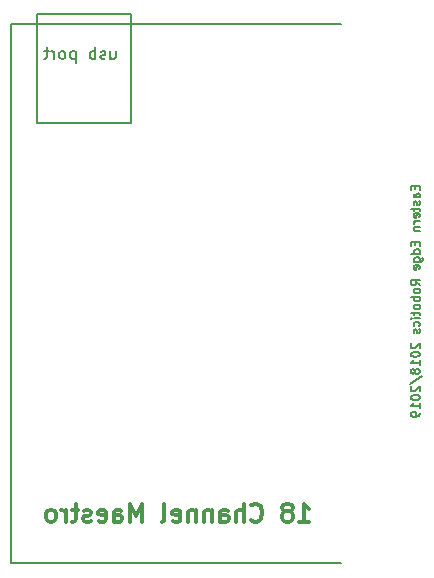
<source format=gbo>
G04 #@! TF.GenerationSoftware,KiCad,Pcbnew,(5.0.0)*
G04 #@! TF.CreationDate,2018-11-03T21:44:44-02:30*
G04 #@! TF.ProjectId,Maestro Adapter,4D61657374726F20416461707465722E,6*
G04 #@! TF.SameCoordinates,Original*
G04 #@! TF.FileFunction,Legend,Bot*
G04 #@! TF.FilePolarity,Positive*
%FSLAX46Y46*%
G04 Gerber Fmt 4.6, Leading zero omitted, Abs format (unit mm)*
G04 Created by KiCad (PCBNEW (5.0.0)) date 11/03/18 21:44:44*
%MOMM*%
%LPD*%
G01*
G04 APERTURE LIST*
%ADD10C,0.300000*%
%ADD11C,0.187500*%
%ADD12C,0.150000*%
G04 APERTURE END LIST*
D10*
X104585714Y-164678571D02*
X105442857Y-164678571D01*
X105014285Y-164678571D02*
X105014285Y-163178571D01*
X105157142Y-163392857D01*
X105300000Y-163535714D01*
X105442857Y-163607142D01*
X103728571Y-163821428D02*
X103871428Y-163750000D01*
X103942857Y-163678571D01*
X104014285Y-163535714D01*
X104014285Y-163464285D01*
X103942857Y-163321428D01*
X103871428Y-163250000D01*
X103728571Y-163178571D01*
X103442857Y-163178571D01*
X103300000Y-163250000D01*
X103228571Y-163321428D01*
X103157142Y-163464285D01*
X103157142Y-163535714D01*
X103228571Y-163678571D01*
X103300000Y-163750000D01*
X103442857Y-163821428D01*
X103728571Y-163821428D01*
X103871428Y-163892857D01*
X103942857Y-163964285D01*
X104014285Y-164107142D01*
X104014285Y-164392857D01*
X103942857Y-164535714D01*
X103871428Y-164607142D01*
X103728571Y-164678571D01*
X103442857Y-164678571D01*
X103300000Y-164607142D01*
X103228571Y-164535714D01*
X103157142Y-164392857D01*
X103157142Y-164107142D01*
X103228571Y-163964285D01*
X103300000Y-163892857D01*
X103442857Y-163821428D01*
X100514285Y-164535714D02*
X100585714Y-164607142D01*
X100800000Y-164678571D01*
X100942857Y-164678571D01*
X101157142Y-164607142D01*
X101300000Y-164464285D01*
X101371428Y-164321428D01*
X101442857Y-164035714D01*
X101442857Y-163821428D01*
X101371428Y-163535714D01*
X101300000Y-163392857D01*
X101157142Y-163250000D01*
X100942857Y-163178571D01*
X100800000Y-163178571D01*
X100585714Y-163250000D01*
X100514285Y-163321428D01*
X99871428Y-164678571D02*
X99871428Y-163178571D01*
X99228571Y-164678571D02*
X99228571Y-163892857D01*
X99300000Y-163750000D01*
X99442857Y-163678571D01*
X99657142Y-163678571D01*
X99800000Y-163750000D01*
X99871428Y-163821428D01*
X97871428Y-164678571D02*
X97871428Y-163892857D01*
X97942857Y-163750000D01*
X98085714Y-163678571D01*
X98371428Y-163678571D01*
X98514285Y-163750000D01*
X97871428Y-164607142D02*
X98014285Y-164678571D01*
X98371428Y-164678571D01*
X98514285Y-164607142D01*
X98585714Y-164464285D01*
X98585714Y-164321428D01*
X98514285Y-164178571D01*
X98371428Y-164107142D01*
X98014285Y-164107142D01*
X97871428Y-164035714D01*
X97157142Y-163678571D02*
X97157142Y-164678571D01*
X97157142Y-163821428D02*
X97085714Y-163750000D01*
X96942857Y-163678571D01*
X96728571Y-163678571D01*
X96585714Y-163750000D01*
X96514285Y-163892857D01*
X96514285Y-164678571D01*
X95800000Y-163678571D02*
X95800000Y-164678571D01*
X95800000Y-163821428D02*
X95728571Y-163750000D01*
X95585714Y-163678571D01*
X95371428Y-163678571D01*
X95228571Y-163750000D01*
X95157142Y-163892857D01*
X95157142Y-164678571D01*
X93871428Y-164607142D02*
X94014285Y-164678571D01*
X94300000Y-164678571D01*
X94442857Y-164607142D01*
X94514285Y-164464285D01*
X94514285Y-163892857D01*
X94442857Y-163750000D01*
X94300000Y-163678571D01*
X94014285Y-163678571D01*
X93871428Y-163750000D01*
X93800000Y-163892857D01*
X93800000Y-164035714D01*
X94514285Y-164178571D01*
X92942857Y-164678571D02*
X93085714Y-164607142D01*
X93157142Y-164464285D01*
X93157142Y-163178571D01*
X91228571Y-164678571D02*
X91228571Y-163178571D01*
X90728571Y-164250000D01*
X90228571Y-163178571D01*
X90228571Y-164678571D01*
X88871428Y-164678571D02*
X88871428Y-163892857D01*
X88942857Y-163750000D01*
X89085714Y-163678571D01*
X89371428Y-163678571D01*
X89514285Y-163750000D01*
X88871428Y-164607142D02*
X89014285Y-164678571D01*
X89371428Y-164678571D01*
X89514285Y-164607142D01*
X89585714Y-164464285D01*
X89585714Y-164321428D01*
X89514285Y-164178571D01*
X89371428Y-164107142D01*
X89014285Y-164107142D01*
X88871428Y-164035714D01*
X87585714Y-164607142D02*
X87728571Y-164678571D01*
X88014285Y-164678571D01*
X88157142Y-164607142D01*
X88228571Y-164464285D01*
X88228571Y-163892857D01*
X88157142Y-163750000D01*
X88014285Y-163678571D01*
X87728571Y-163678571D01*
X87585714Y-163750000D01*
X87514285Y-163892857D01*
X87514285Y-164035714D01*
X88228571Y-164178571D01*
X86942857Y-164607142D02*
X86800000Y-164678571D01*
X86514285Y-164678571D01*
X86371428Y-164607142D01*
X86300000Y-164464285D01*
X86300000Y-164392857D01*
X86371428Y-164250000D01*
X86514285Y-164178571D01*
X86728571Y-164178571D01*
X86871428Y-164107142D01*
X86942857Y-163964285D01*
X86942857Y-163892857D01*
X86871428Y-163750000D01*
X86728571Y-163678571D01*
X86514285Y-163678571D01*
X86371428Y-163750000D01*
X85871428Y-163678571D02*
X85300000Y-163678571D01*
X85657142Y-163178571D02*
X85657142Y-164464285D01*
X85585714Y-164607142D01*
X85442857Y-164678571D01*
X85300000Y-164678571D01*
X84800000Y-164678571D02*
X84800000Y-163678571D01*
X84800000Y-163964285D02*
X84728571Y-163821428D01*
X84657142Y-163750000D01*
X84514285Y-163678571D01*
X84371428Y-163678571D01*
X83657142Y-164678571D02*
X83800000Y-164607142D01*
X83871428Y-164535714D01*
X83942857Y-164392857D01*
X83942857Y-163964285D01*
X83871428Y-163821428D01*
X83800000Y-163750000D01*
X83657142Y-163678571D01*
X83442857Y-163678571D01*
X83300000Y-163750000D01*
X83228571Y-163821428D01*
X83157142Y-163964285D01*
X83157142Y-164392857D01*
X83228571Y-164535714D01*
X83300000Y-164607142D01*
X83442857Y-164678571D01*
X83657142Y-164678571D01*
D11*
X114386428Y-136242142D02*
X114386428Y-136492142D01*
X114779285Y-136599285D02*
X114779285Y-136242142D01*
X114029285Y-136242142D01*
X114029285Y-136599285D01*
X114779285Y-137242142D02*
X114386428Y-137242142D01*
X114315000Y-137206428D01*
X114279285Y-137135000D01*
X114279285Y-136992142D01*
X114315000Y-136920714D01*
X114743571Y-137242142D02*
X114779285Y-137170714D01*
X114779285Y-136992142D01*
X114743571Y-136920714D01*
X114672142Y-136885000D01*
X114600714Y-136885000D01*
X114529285Y-136920714D01*
X114493571Y-136992142D01*
X114493571Y-137170714D01*
X114457857Y-137242142D01*
X114743571Y-137563571D02*
X114779285Y-137635000D01*
X114779285Y-137777857D01*
X114743571Y-137849285D01*
X114672142Y-137885000D01*
X114636428Y-137885000D01*
X114565000Y-137849285D01*
X114529285Y-137777857D01*
X114529285Y-137670714D01*
X114493571Y-137599285D01*
X114422142Y-137563571D01*
X114386428Y-137563571D01*
X114315000Y-137599285D01*
X114279285Y-137670714D01*
X114279285Y-137777857D01*
X114315000Y-137849285D01*
X114279285Y-138099285D02*
X114279285Y-138385000D01*
X114029285Y-138206428D02*
X114672142Y-138206428D01*
X114743571Y-138242142D01*
X114779285Y-138313571D01*
X114779285Y-138385000D01*
X114743571Y-138920714D02*
X114779285Y-138849285D01*
X114779285Y-138706428D01*
X114743571Y-138635000D01*
X114672142Y-138599285D01*
X114386428Y-138599285D01*
X114315000Y-138635000D01*
X114279285Y-138706428D01*
X114279285Y-138849285D01*
X114315000Y-138920714D01*
X114386428Y-138956428D01*
X114457857Y-138956428D01*
X114529285Y-138599285D01*
X114779285Y-139277857D02*
X114279285Y-139277857D01*
X114422142Y-139277857D02*
X114350714Y-139313571D01*
X114315000Y-139349285D01*
X114279285Y-139420714D01*
X114279285Y-139492142D01*
X114279285Y-139742142D02*
X114779285Y-139742142D01*
X114350714Y-139742142D02*
X114315000Y-139777857D01*
X114279285Y-139849285D01*
X114279285Y-139956428D01*
X114315000Y-140027857D01*
X114386428Y-140063571D01*
X114779285Y-140063571D01*
X114386428Y-140992142D02*
X114386428Y-141242142D01*
X114779285Y-141349285D02*
X114779285Y-140992142D01*
X114029285Y-140992142D01*
X114029285Y-141349285D01*
X114779285Y-141992142D02*
X114029285Y-141992142D01*
X114743571Y-141992142D02*
X114779285Y-141920714D01*
X114779285Y-141777857D01*
X114743571Y-141706428D01*
X114707857Y-141670714D01*
X114636428Y-141635000D01*
X114422142Y-141635000D01*
X114350714Y-141670714D01*
X114315000Y-141706428D01*
X114279285Y-141777857D01*
X114279285Y-141920714D01*
X114315000Y-141992142D01*
X114279285Y-142670714D02*
X114886428Y-142670714D01*
X114957857Y-142635000D01*
X114993571Y-142599285D01*
X115029285Y-142527857D01*
X115029285Y-142420714D01*
X114993571Y-142349285D01*
X114743571Y-142670714D02*
X114779285Y-142599285D01*
X114779285Y-142456428D01*
X114743571Y-142385000D01*
X114707857Y-142349285D01*
X114636428Y-142313571D01*
X114422142Y-142313571D01*
X114350714Y-142349285D01*
X114315000Y-142385000D01*
X114279285Y-142456428D01*
X114279285Y-142599285D01*
X114315000Y-142670714D01*
X114743571Y-143313571D02*
X114779285Y-143242142D01*
X114779285Y-143099285D01*
X114743571Y-143027857D01*
X114672142Y-142992142D01*
X114386428Y-142992142D01*
X114315000Y-143027857D01*
X114279285Y-143099285D01*
X114279285Y-143242142D01*
X114315000Y-143313571D01*
X114386428Y-143349285D01*
X114457857Y-143349285D01*
X114529285Y-142992142D01*
X114779285Y-144670714D02*
X114422142Y-144420714D01*
X114779285Y-144242142D02*
X114029285Y-144242142D01*
X114029285Y-144527857D01*
X114065000Y-144599285D01*
X114100714Y-144635000D01*
X114172142Y-144670714D01*
X114279285Y-144670714D01*
X114350714Y-144635000D01*
X114386428Y-144599285D01*
X114422142Y-144527857D01*
X114422142Y-144242142D01*
X114779285Y-145099285D02*
X114743571Y-145027857D01*
X114707857Y-144992142D01*
X114636428Y-144956428D01*
X114422142Y-144956428D01*
X114350714Y-144992142D01*
X114315000Y-145027857D01*
X114279285Y-145099285D01*
X114279285Y-145206428D01*
X114315000Y-145277857D01*
X114350714Y-145313571D01*
X114422142Y-145349285D01*
X114636428Y-145349285D01*
X114707857Y-145313571D01*
X114743571Y-145277857D01*
X114779285Y-145206428D01*
X114779285Y-145099285D01*
X114779285Y-145670714D02*
X114029285Y-145670714D01*
X114315000Y-145670714D02*
X114279285Y-145742142D01*
X114279285Y-145885000D01*
X114315000Y-145956428D01*
X114350714Y-145992142D01*
X114422142Y-146027857D01*
X114636428Y-146027857D01*
X114707857Y-145992142D01*
X114743571Y-145956428D01*
X114779285Y-145885000D01*
X114779285Y-145742142D01*
X114743571Y-145670714D01*
X114779285Y-146456428D02*
X114743571Y-146385000D01*
X114707857Y-146349285D01*
X114636428Y-146313571D01*
X114422142Y-146313571D01*
X114350714Y-146349285D01*
X114315000Y-146385000D01*
X114279285Y-146456428D01*
X114279285Y-146563571D01*
X114315000Y-146635000D01*
X114350714Y-146670714D01*
X114422142Y-146706428D01*
X114636428Y-146706428D01*
X114707857Y-146670714D01*
X114743571Y-146635000D01*
X114779285Y-146563571D01*
X114779285Y-146456428D01*
X114279285Y-146920714D02*
X114279285Y-147206428D01*
X114029285Y-147027857D02*
X114672142Y-147027857D01*
X114743571Y-147063571D01*
X114779285Y-147135000D01*
X114779285Y-147206428D01*
X114779285Y-147456428D02*
X114279285Y-147456428D01*
X114029285Y-147456428D02*
X114065000Y-147420714D01*
X114100714Y-147456428D01*
X114065000Y-147492142D01*
X114029285Y-147456428D01*
X114100714Y-147456428D01*
X114743571Y-148135000D02*
X114779285Y-148063571D01*
X114779285Y-147920714D01*
X114743571Y-147849285D01*
X114707857Y-147813571D01*
X114636428Y-147777857D01*
X114422142Y-147777857D01*
X114350714Y-147813571D01*
X114315000Y-147849285D01*
X114279285Y-147920714D01*
X114279285Y-148063571D01*
X114315000Y-148135000D01*
X114743571Y-148420714D02*
X114779285Y-148492142D01*
X114779285Y-148635000D01*
X114743571Y-148706428D01*
X114672142Y-148742142D01*
X114636428Y-148742142D01*
X114565000Y-148706428D01*
X114529285Y-148635000D01*
X114529285Y-148527857D01*
X114493571Y-148456428D01*
X114422142Y-148420714D01*
X114386428Y-148420714D01*
X114315000Y-148456428D01*
X114279285Y-148527857D01*
X114279285Y-148635000D01*
X114315000Y-148706428D01*
X114100714Y-149599285D02*
X114065000Y-149635000D01*
X114029285Y-149706428D01*
X114029285Y-149885000D01*
X114065000Y-149956428D01*
X114100714Y-149992142D01*
X114172142Y-150027857D01*
X114243571Y-150027857D01*
X114350714Y-149992142D01*
X114779285Y-149563571D01*
X114779285Y-150027857D01*
X114029285Y-150492142D02*
X114029285Y-150563571D01*
X114065000Y-150635000D01*
X114100714Y-150670714D01*
X114172142Y-150706428D01*
X114315000Y-150742142D01*
X114493571Y-150742142D01*
X114636428Y-150706428D01*
X114707857Y-150670714D01*
X114743571Y-150635000D01*
X114779285Y-150563571D01*
X114779285Y-150492142D01*
X114743571Y-150420714D01*
X114707857Y-150385000D01*
X114636428Y-150349285D01*
X114493571Y-150313571D01*
X114315000Y-150313571D01*
X114172142Y-150349285D01*
X114100714Y-150385000D01*
X114065000Y-150420714D01*
X114029285Y-150492142D01*
X114779285Y-151456428D02*
X114779285Y-151027857D01*
X114779285Y-151242142D02*
X114029285Y-151242142D01*
X114136428Y-151170714D01*
X114207857Y-151099285D01*
X114243571Y-151027857D01*
X114350714Y-151885000D02*
X114315000Y-151813571D01*
X114279285Y-151777857D01*
X114207857Y-151742142D01*
X114172142Y-151742142D01*
X114100714Y-151777857D01*
X114065000Y-151813571D01*
X114029285Y-151885000D01*
X114029285Y-152027857D01*
X114065000Y-152099285D01*
X114100714Y-152135000D01*
X114172142Y-152170714D01*
X114207857Y-152170714D01*
X114279285Y-152135000D01*
X114315000Y-152099285D01*
X114350714Y-152027857D01*
X114350714Y-151885000D01*
X114386428Y-151813571D01*
X114422142Y-151777857D01*
X114493571Y-151742142D01*
X114636428Y-151742142D01*
X114707857Y-151777857D01*
X114743571Y-151813571D01*
X114779285Y-151885000D01*
X114779285Y-152027857D01*
X114743571Y-152099285D01*
X114707857Y-152135000D01*
X114636428Y-152170714D01*
X114493571Y-152170714D01*
X114422142Y-152135000D01*
X114386428Y-152099285D01*
X114350714Y-152027857D01*
X113993571Y-153027857D02*
X114957857Y-152385000D01*
X114100714Y-153242142D02*
X114065000Y-153277857D01*
X114029285Y-153349285D01*
X114029285Y-153527857D01*
X114065000Y-153599285D01*
X114100714Y-153635000D01*
X114172142Y-153670714D01*
X114243571Y-153670714D01*
X114350714Y-153635000D01*
X114779285Y-153206428D01*
X114779285Y-153670714D01*
X114029285Y-154135000D02*
X114029285Y-154206428D01*
X114065000Y-154277857D01*
X114100714Y-154313571D01*
X114172142Y-154349285D01*
X114315000Y-154385000D01*
X114493571Y-154385000D01*
X114636428Y-154349285D01*
X114707857Y-154313571D01*
X114743571Y-154277857D01*
X114779285Y-154206428D01*
X114779285Y-154135000D01*
X114743571Y-154063571D01*
X114707857Y-154027857D01*
X114636428Y-153992142D01*
X114493571Y-153956428D01*
X114315000Y-153956428D01*
X114172142Y-153992142D01*
X114100714Y-154027857D01*
X114065000Y-154063571D01*
X114029285Y-154135000D01*
X114779285Y-155099285D02*
X114779285Y-154670714D01*
X114779285Y-154885000D02*
X114029285Y-154885000D01*
X114136428Y-154813571D01*
X114207857Y-154742142D01*
X114243571Y-154670714D01*
X114779285Y-155456428D02*
X114779285Y-155599285D01*
X114743571Y-155670714D01*
X114707857Y-155706428D01*
X114600714Y-155777857D01*
X114457857Y-155813571D01*
X114172142Y-155813571D01*
X114100714Y-155777857D01*
X114065000Y-155742142D01*
X114029285Y-155670714D01*
X114029285Y-155527857D01*
X114065000Y-155456428D01*
X114100714Y-155420714D01*
X114172142Y-155385000D01*
X114350714Y-155385000D01*
X114422142Y-155420714D01*
X114457857Y-155456428D01*
X114493571Y-155527857D01*
X114493571Y-155670714D01*
X114457857Y-155742142D01*
X114422142Y-155777857D01*
X114350714Y-155813571D01*
D12*
G04 #@! TO.C,18 Channel Maestro*
X82390000Y-130920000D02*
X90290000Y-130920000D01*
X82390000Y-121720000D02*
X90290000Y-121720000D01*
X90290000Y-121720000D02*
X90290000Y-130920000D01*
X82390000Y-121720000D02*
X82390000Y-130920000D01*
X80190000Y-168220000D02*
X80190000Y-122520000D01*
X80190000Y-168220000D02*
X108090000Y-168220000D01*
X80190000Y-122520000D02*
X108090000Y-122520000D01*
X88593809Y-124855714D02*
X88593809Y-125522380D01*
X89022380Y-124855714D02*
X89022380Y-125379523D01*
X88974761Y-125474761D01*
X88879523Y-125522380D01*
X88736666Y-125522380D01*
X88641428Y-125474761D01*
X88593809Y-125427142D01*
X88165238Y-125474761D02*
X88070000Y-125522380D01*
X87879523Y-125522380D01*
X87784285Y-125474761D01*
X87736666Y-125379523D01*
X87736666Y-125331904D01*
X87784285Y-125236666D01*
X87879523Y-125189047D01*
X88022380Y-125189047D01*
X88117619Y-125141428D01*
X88165238Y-125046190D01*
X88165238Y-124998571D01*
X88117619Y-124903333D01*
X88022380Y-124855714D01*
X87879523Y-124855714D01*
X87784285Y-124903333D01*
X87308095Y-125522380D02*
X87308095Y-124522380D01*
X87308095Y-124903333D02*
X87212857Y-124855714D01*
X87022380Y-124855714D01*
X86927142Y-124903333D01*
X86879523Y-124950952D01*
X86831904Y-125046190D01*
X86831904Y-125331904D01*
X86879523Y-125427142D01*
X86927142Y-125474761D01*
X87022380Y-125522380D01*
X87212857Y-125522380D01*
X87308095Y-125474761D01*
X85641428Y-124855714D02*
X85641428Y-125855714D01*
X85641428Y-124903333D02*
X85546190Y-124855714D01*
X85355714Y-124855714D01*
X85260476Y-124903333D01*
X85212857Y-124950952D01*
X85165238Y-125046190D01*
X85165238Y-125331904D01*
X85212857Y-125427142D01*
X85260476Y-125474761D01*
X85355714Y-125522380D01*
X85546190Y-125522380D01*
X85641428Y-125474761D01*
X84593809Y-125522380D02*
X84689047Y-125474761D01*
X84736666Y-125427142D01*
X84784285Y-125331904D01*
X84784285Y-125046190D01*
X84736666Y-124950952D01*
X84689047Y-124903333D01*
X84593809Y-124855714D01*
X84450952Y-124855714D01*
X84355714Y-124903333D01*
X84308095Y-124950952D01*
X84260476Y-125046190D01*
X84260476Y-125331904D01*
X84308095Y-125427142D01*
X84355714Y-125474761D01*
X84450952Y-125522380D01*
X84593809Y-125522380D01*
X83831904Y-125522380D02*
X83831904Y-124855714D01*
X83831904Y-125046190D02*
X83784285Y-124950952D01*
X83736666Y-124903333D01*
X83641428Y-124855714D01*
X83546190Y-124855714D01*
X83355714Y-124855714D02*
X82974761Y-124855714D01*
X83212857Y-124522380D02*
X83212857Y-125379523D01*
X83165238Y-125474761D01*
X83070000Y-125522380D01*
X82974761Y-125522380D01*
G04 #@! TD*
M02*

</source>
